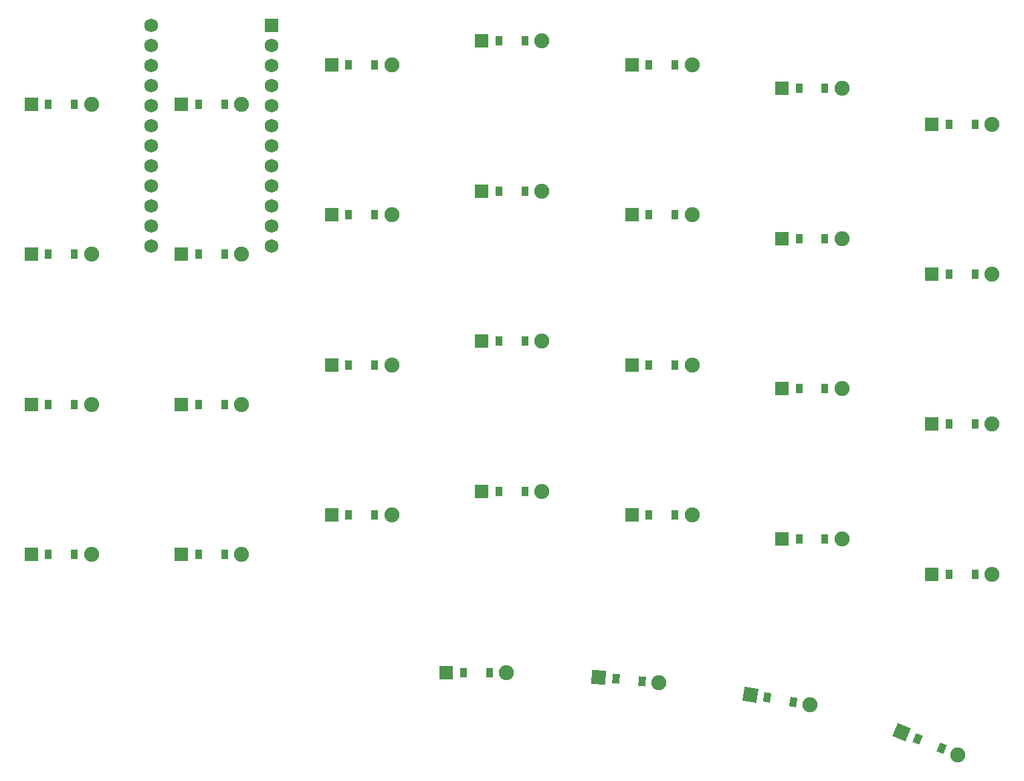
<source format=gbr>
%TF.GenerationSoftware,KiCad,Pcbnew,8.0.6*%
%TF.CreationDate,2024-11-09T22:39:55-08:00*%
%TF.ProjectId,altair,616c7461-6972-42e6-9b69-6361645f7063,v1.0.0*%
%TF.SameCoordinates,Original*%
%TF.FileFunction,Copper,L1,Top*%
%TF.FilePolarity,Positive*%
%FSLAX46Y46*%
G04 Gerber Fmt 4.6, Leading zero omitted, Abs format (unit mm)*
G04 Created by KiCad (PCBNEW 8.0.6) date 2024-11-09 22:39:55*
%MOMM*%
%LPD*%
G01*
G04 APERTURE LIST*
G04 Aperture macros list*
%AMRotRect*
0 Rectangle, with rotation*
0 The origin of the aperture is its center*
0 $1 length*
0 $2 width*
0 $3 Rotation angle, in degrees counterclockwise*
0 Add horizontal line*
21,1,$1,$2,0,0,$3*%
G04 Aperture macros list end*
%TA.AperFunction,SMDPad,CuDef*%
%ADD10R,0.900000X1.200000*%
%TD*%
%TA.AperFunction,ComponentPad*%
%ADD11R,1.778000X1.778000*%
%TD*%
%TA.AperFunction,ComponentPad*%
%ADD12C,1.905000*%
%TD*%
%TA.AperFunction,SMDPad,CuDef*%
%ADD13RotRect,0.900000X1.200000X355.000000*%
%TD*%
%TA.AperFunction,ComponentPad*%
%ADD14RotRect,1.778000X1.778000X355.000000*%
%TD*%
%TA.AperFunction,SMDPad,CuDef*%
%ADD15RotRect,0.900000X1.200000X350.000000*%
%TD*%
%TA.AperFunction,ComponentPad*%
%ADD16RotRect,1.778000X1.778000X350.000000*%
%TD*%
%TA.AperFunction,SMDPad,CuDef*%
%ADD17RotRect,0.900000X1.200000X338.000000*%
%TD*%
%TA.AperFunction,ComponentPad*%
%ADD18RotRect,1.778000X1.778000X338.000000*%
%TD*%
%TA.AperFunction,ComponentPad*%
%ADD19R,1.752600X1.752600*%
%TD*%
%TA.AperFunction,ComponentPad*%
%ADD20C,1.752600*%
%TD*%
G04 APERTURE END LIST*
D10*
%TO.P,D1,1*%
%TO.N,N/C*%
X98350000Y-105000000D03*
%TO.P,D1,2*%
%TO.N,left_bottom*%
X101650000Y-105000000D03*
D11*
%TO.P,D1,1*%
%TO.N,N/C*%
X96190000Y-105000000D03*
D12*
%TO.P,D1,2*%
%TO.N,left_bottom*%
X103810000Y-105000000D03*
%TD*%
D10*
%TO.P,D2,1*%
%TO.N,N/C*%
X98350000Y-86000000D03*
%TO.P,D2,2*%
%TO.N,left_home*%
X101650000Y-86000000D03*
D11*
%TO.P,D2,1*%
%TO.N,N/C*%
X96190000Y-86000000D03*
D12*
%TO.P,D2,2*%
%TO.N,left_home*%
X103810000Y-86000000D03*
%TD*%
D10*
%TO.P,D3,1*%
%TO.N,N/C*%
X98350000Y-67000000D03*
%TO.P,D3,2*%
%TO.N,left_top*%
X101650000Y-67000000D03*
D11*
%TO.P,D3,1*%
%TO.N,N/C*%
X96190000Y-67000000D03*
D12*
%TO.P,D3,2*%
%TO.N,left_top*%
X103810000Y-67000000D03*
%TD*%
D10*
%TO.P,D4,1*%
%TO.N,N/C*%
X98350000Y-48000000D03*
%TO.P,D4,2*%
%TO.N,left_num*%
X101650000Y-48000000D03*
D11*
%TO.P,D4,1*%
%TO.N,N/C*%
X96190000Y-48000000D03*
D12*
%TO.P,D4,2*%
%TO.N,left_num*%
X103810000Y-48000000D03*
%TD*%
D10*
%TO.P,D5,1*%
%TO.N,N/C*%
X117350000Y-105000000D03*
%TO.P,D5,2*%
%TO.N,pinky_bottom*%
X120650000Y-105000000D03*
D11*
%TO.P,D5,1*%
%TO.N,N/C*%
X115190000Y-105000000D03*
D12*
%TO.P,D5,2*%
%TO.N,pinky_bottom*%
X122810000Y-105000000D03*
%TD*%
D10*
%TO.P,D6,1*%
%TO.N,N/C*%
X117350000Y-86000000D03*
%TO.P,D6,2*%
%TO.N,pinky_home*%
X120650000Y-86000000D03*
D11*
%TO.P,D6,1*%
%TO.N,N/C*%
X115190000Y-86000000D03*
D12*
%TO.P,D6,2*%
%TO.N,pinky_home*%
X122810000Y-86000000D03*
%TD*%
D10*
%TO.P,D7,1*%
%TO.N,N/C*%
X117350000Y-67000000D03*
%TO.P,D7,2*%
%TO.N,pinky_top*%
X120650000Y-67000000D03*
D11*
%TO.P,D7,1*%
%TO.N,N/C*%
X115190000Y-67000000D03*
D12*
%TO.P,D7,2*%
%TO.N,pinky_top*%
X122810000Y-67000000D03*
%TD*%
D10*
%TO.P,D8,1*%
%TO.N,N/C*%
X117350000Y-48000000D03*
%TO.P,D8,2*%
%TO.N,pinky_num*%
X120650000Y-48000000D03*
D11*
%TO.P,D8,1*%
%TO.N,N/C*%
X115190000Y-48000000D03*
D12*
%TO.P,D8,2*%
%TO.N,pinky_num*%
X122810000Y-48000000D03*
%TD*%
D10*
%TO.P,D9,1*%
%TO.N,N/C*%
X136350000Y-100000000D03*
%TO.P,D9,2*%
%TO.N,ring_bottom*%
X139650000Y-100000000D03*
D11*
%TO.P,D9,1*%
%TO.N,N/C*%
X134190000Y-100000000D03*
D12*
%TO.P,D9,2*%
%TO.N,ring_bottom*%
X141810000Y-100000000D03*
%TD*%
D10*
%TO.P,D10,1*%
%TO.N,N/C*%
X136350000Y-81000000D03*
%TO.P,D10,2*%
%TO.N,ring_home*%
X139650000Y-81000000D03*
D11*
%TO.P,D10,1*%
%TO.N,N/C*%
X134190000Y-81000000D03*
D12*
%TO.P,D10,2*%
%TO.N,ring_home*%
X141810000Y-81000000D03*
%TD*%
D10*
%TO.P,D11,1*%
%TO.N,N/C*%
X136350000Y-62000000D03*
%TO.P,D11,2*%
%TO.N,ring_top*%
X139650000Y-62000000D03*
D11*
%TO.P,D11,1*%
%TO.N,N/C*%
X134190000Y-62000000D03*
D12*
%TO.P,D11,2*%
%TO.N,ring_top*%
X141810000Y-62000000D03*
%TD*%
D10*
%TO.P,D12,1*%
%TO.N,N/C*%
X136350000Y-43000000D03*
%TO.P,D12,2*%
%TO.N,ring_num*%
X139650000Y-43000000D03*
D11*
%TO.P,D12,1*%
%TO.N,N/C*%
X134190000Y-43000000D03*
D12*
%TO.P,D12,2*%
%TO.N,ring_num*%
X141810000Y-43000000D03*
%TD*%
D10*
%TO.P,D13,1*%
%TO.N,N/C*%
X155350000Y-97000000D03*
%TO.P,D13,2*%
%TO.N,middle_bottom*%
X158650000Y-97000000D03*
D11*
%TO.P,D13,1*%
%TO.N,N/C*%
X153190000Y-97000000D03*
D12*
%TO.P,D13,2*%
%TO.N,middle_bottom*%
X160810000Y-97000000D03*
%TD*%
D10*
%TO.P,D14,1*%
%TO.N,N/C*%
X155350000Y-78000000D03*
%TO.P,D14,2*%
%TO.N,middle_home*%
X158650000Y-78000000D03*
D11*
%TO.P,D14,1*%
%TO.N,N/C*%
X153190000Y-78000000D03*
D12*
%TO.P,D14,2*%
%TO.N,middle_home*%
X160810000Y-78000000D03*
%TD*%
D10*
%TO.P,D15,1*%
%TO.N,N/C*%
X155350000Y-59000000D03*
%TO.P,D15,2*%
%TO.N,middle_top*%
X158650000Y-59000000D03*
D11*
%TO.P,D15,1*%
%TO.N,N/C*%
X153190000Y-59000000D03*
D12*
%TO.P,D15,2*%
%TO.N,middle_top*%
X160810000Y-59000000D03*
%TD*%
D10*
%TO.P,D16,1*%
%TO.N,N/C*%
X155350000Y-40000000D03*
%TO.P,D16,2*%
%TO.N,middle_num*%
X158650000Y-40000000D03*
D11*
%TO.P,D16,1*%
%TO.N,N/C*%
X153190000Y-40000000D03*
D12*
%TO.P,D16,2*%
%TO.N,middle_num*%
X160810000Y-40000000D03*
%TD*%
D10*
%TO.P,D17,1*%
%TO.N,N/C*%
X174350000Y-100000000D03*
%TO.P,D17,2*%
%TO.N,index_bottom*%
X177650000Y-100000000D03*
D11*
%TO.P,D17,1*%
%TO.N,N/C*%
X172190000Y-100000000D03*
D12*
%TO.P,D17,2*%
%TO.N,index_bottom*%
X179810000Y-100000000D03*
%TD*%
D10*
%TO.P,D18,1*%
%TO.N,N/C*%
X174350000Y-81000000D03*
%TO.P,D18,2*%
%TO.N,index_home*%
X177650000Y-81000000D03*
D11*
%TO.P,D18,1*%
%TO.N,N/C*%
X172190000Y-81000000D03*
D12*
%TO.P,D18,2*%
%TO.N,index_home*%
X179810000Y-81000000D03*
%TD*%
D10*
%TO.P,D19,1*%
%TO.N,N/C*%
X174350000Y-62000000D03*
%TO.P,D19,2*%
%TO.N,index_top*%
X177650000Y-62000000D03*
D11*
%TO.P,D19,1*%
%TO.N,N/C*%
X172190000Y-62000000D03*
D12*
%TO.P,D19,2*%
%TO.N,index_top*%
X179810000Y-62000000D03*
%TD*%
D10*
%TO.P,D20,1*%
%TO.N,N/C*%
X174350000Y-43000000D03*
%TO.P,D20,2*%
%TO.N,index_num*%
X177650000Y-43000000D03*
D11*
%TO.P,D20,1*%
%TO.N,N/C*%
X172190000Y-43000000D03*
D12*
%TO.P,D20,2*%
%TO.N,index_num*%
X179810000Y-43000000D03*
%TD*%
D10*
%TO.P,D21,1*%
%TO.N,N/C*%
X193350000Y-103000000D03*
%TO.P,D21,2*%
%TO.N,inner_bottom*%
X196650000Y-103000000D03*
D11*
%TO.P,D21,1*%
%TO.N,N/C*%
X191190000Y-103000000D03*
D12*
%TO.P,D21,2*%
%TO.N,inner_bottom*%
X198810000Y-103000000D03*
%TD*%
D10*
%TO.P,D22,1*%
%TO.N,N/C*%
X193350000Y-84000000D03*
%TO.P,D22,2*%
%TO.N,inner_home*%
X196650000Y-84000000D03*
D11*
%TO.P,D22,1*%
%TO.N,N/C*%
X191190000Y-84000000D03*
D12*
%TO.P,D22,2*%
%TO.N,inner_home*%
X198810000Y-84000000D03*
%TD*%
D10*
%TO.P,D23,1*%
%TO.N,N/C*%
X193350000Y-65000000D03*
%TO.P,D23,2*%
%TO.N,inner_top*%
X196650000Y-65000000D03*
D11*
%TO.P,D23,1*%
%TO.N,N/C*%
X191190000Y-65000000D03*
D12*
%TO.P,D23,2*%
%TO.N,inner_top*%
X198810000Y-65000000D03*
%TD*%
D10*
%TO.P,D24,1*%
%TO.N,N/C*%
X193350000Y-46000000D03*
%TO.P,D24,2*%
%TO.N,inner_num*%
X196650000Y-46000000D03*
D11*
%TO.P,D24,1*%
%TO.N,N/C*%
X191190000Y-46000000D03*
D12*
%TO.P,D24,2*%
%TO.N,inner_num*%
X198810000Y-46000000D03*
%TD*%
D10*
%TO.P,D25,1*%
%TO.N,N/C*%
X212350000Y-107500000D03*
%TO.P,D25,2*%
%TO.N,right_bottom*%
X215650000Y-107500000D03*
D11*
%TO.P,D25,1*%
%TO.N,N/C*%
X210190000Y-107500000D03*
D12*
%TO.P,D25,2*%
%TO.N,right_bottom*%
X217810000Y-107500000D03*
%TD*%
D10*
%TO.P,D26,1*%
%TO.N,N/C*%
X212350000Y-88500000D03*
%TO.P,D26,2*%
%TO.N,right_home*%
X215650000Y-88500000D03*
D11*
%TO.P,D26,1*%
%TO.N,N/C*%
X210190000Y-88500000D03*
D12*
%TO.P,D26,2*%
%TO.N,right_home*%
X217810000Y-88500000D03*
%TD*%
D10*
%TO.P,D27,1*%
%TO.N,N/C*%
X212350000Y-69500000D03*
%TO.P,D27,2*%
%TO.N,right_top*%
X215650000Y-69500000D03*
D11*
%TO.P,D27,1*%
%TO.N,N/C*%
X210190000Y-69500000D03*
D12*
%TO.P,D27,2*%
%TO.N,right_top*%
X217810000Y-69500000D03*
%TD*%
D10*
%TO.P,D28,1*%
%TO.N,N/C*%
X212350000Y-50500000D03*
%TO.P,D28,2*%
%TO.N,right_num*%
X215650000Y-50500000D03*
D11*
%TO.P,D28,1*%
%TO.N,N/C*%
X210190000Y-50500000D03*
D12*
%TO.P,D28,2*%
%TO.N,right_num*%
X217810000Y-50500000D03*
%TD*%
D10*
%TO.P,D29,1*%
%TO.N,N/C*%
X150850000Y-120000000D03*
%TO.P,D29,2*%
%TO.N,left_thumb*%
X154150000Y-120000000D03*
D11*
%TO.P,D29,1*%
%TO.N,N/C*%
X148690000Y-120000000D03*
D12*
%TO.P,D29,2*%
%TO.N,left_thumb*%
X156310000Y-120000000D03*
%TD*%
D13*
%TO.P,D30,1*%
%TO.N,N/C*%
X170166849Y-120742972D03*
%TO.P,D30,2*%
%TO.N,home_thumb*%
X173454291Y-121030586D03*
D14*
%TO.P,D30,1*%
%TO.N,N/C*%
X168015068Y-120554716D03*
D12*
%TO.P,D30,2*%
%TO.N,home_thumb*%
X175606072Y-121218842D03*
%TD*%
D15*
%TO.P,D31,1*%
%TO.N,N/C*%
X189351130Y-123123445D03*
%TO.P,D31,2*%
%TO.N,far_thumb*%
X192600996Y-123696483D03*
D16*
%TO.P,D31,1*%
%TO.N,N/C*%
X187223945Y-122748364D03*
D12*
%TO.P,D31,2*%
%TO.N,far_thumb*%
X194728181Y-124071564D03*
%TD*%
D17*
%TO.P,D32,1*%
%TO.N,N/C*%
X208385152Y-128331258D03*
%TO.P,D32,2*%
%TO.N,out_thumb*%
X211444858Y-129567460D03*
D18*
%TO.P,D32,1*%
%TO.N,N/C*%
X206382435Y-127522108D03*
D12*
%TO.P,D32,2*%
%TO.N,out_thumb*%
X213447575Y-130376610D03*
%TD*%
D19*
%TO.P,MCU1,1*%
%TO.N,RAW*%
X126620000Y-38030000D03*
D20*
%TO.P,MCU1,2*%
%TO.N,GND*%
X126620000Y-40570000D03*
%TO.P,MCU1,3*%
%TO.N,RST*%
X126620000Y-43110000D03*
%TO.P,MCU1,4*%
%TO.N,VCC*%
X126620000Y-45650000D03*
%TO.P,MCU1,5*%
%TO.N,P21*%
X126620000Y-48190000D03*
%TO.P,MCU1,6*%
%TO.N,P20*%
X126620000Y-50730000D03*
%TO.P,MCU1,7*%
%TO.N,P19*%
X126620000Y-53270000D03*
%TO.P,MCU1,8*%
%TO.N,P18*%
X126620000Y-55810000D03*
%TO.P,MCU1,9*%
%TO.N,P15*%
X126620000Y-58350000D03*
%TO.P,MCU1,10*%
%TO.N,P14*%
X126620000Y-60890000D03*
%TO.P,MCU1,11*%
%TO.N,P16*%
X126620000Y-63430000D03*
%TO.P,MCU1,12*%
%TO.N,P10*%
X126620000Y-65970000D03*
%TO.P,MCU1,13*%
%TO.N,P1*%
X111380000Y-38030000D03*
%TO.P,MCU1,14*%
%TO.N,P0*%
X111380000Y-40570000D03*
%TO.P,MCU1,15*%
%TO.N,GND*%
X111380000Y-43110000D03*
%TO.P,MCU1,16*%
X111380000Y-45650000D03*
%TO.P,MCU1,17*%
%TO.N,P2*%
X111380000Y-48190000D03*
%TO.P,MCU1,18*%
%TO.N,P3*%
X111380000Y-50730000D03*
%TO.P,MCU1,19*%
%TO.N,P4*%
X111380000Y-53270000D03*
%TO.P,MCU1,20*%
%TO.N,P5*%
X111380000Y-55810000D03*
%TO.P,MCU1,21*%
%TO.N,P6*%
X111380000Y-58350000D03*
%TO.P,MCU1,22*%
%TO.N,P7*%
X111380000Y-60890000D03*
%TO.P,MCU1,23*%
%TO.N,P8*%
X111380000Y-63430000D03*
%TO.P,MCU1,24*%
%TO.N,P9*%
X111380000Y-65970000D03*
%TD*%
M02*

</source>
